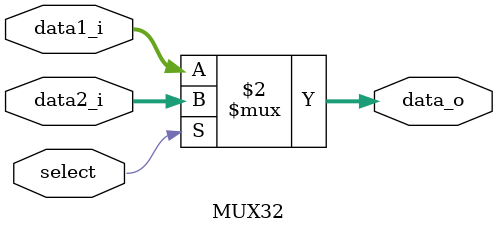
<source format=v>
module MUX32 (
    select,
    data1_i,
    data2_i,
    data_o
);

input           select;
input   [31:0]  data1_i;
input   [31:0]  data2_i;
output  [31:0]  data_o;

assign data_o = (select == 1'b0) ? data1_i : data2_i;
    
endmodule
</source>
